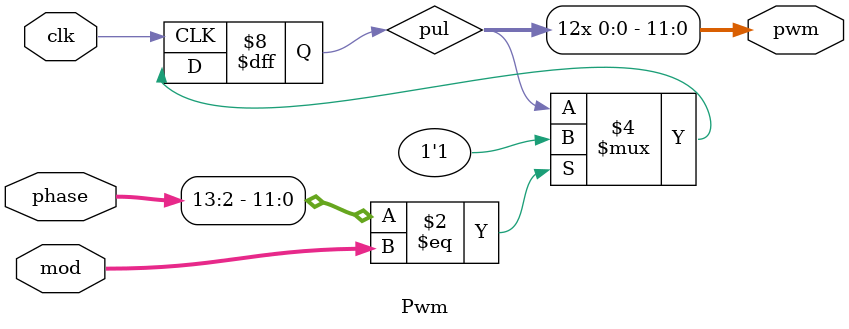
<source format=v>
`timescale 1ns/100ps
/*
Filename      : Pwm.v
Author        : Liam Crowley
Created       : Wed Nov  1 09:09:16 2023
INPUTS        : phase
                mod
OUTPUTS       : pulse
PARAMETERS    : n(phase reg width)
                m(waveform width)

Description   : PWM modulation module
*/

module Pwm 
  #(
  parameter n = 14,
  parameter m = 12,
  parameter MAX = 2**n
  )
 (/*AUTOARG*/
   // Outputs
   pwm,
   // Inputs
   clk, phase, mod
   ) ;
   input  clk;
   input [n-1:0] phase;
   input [m-1:0] mod;
   output wire [m-1:0] pwm;
   reg		      pul;
   always @ (posedge clk) begin
      if(phase[n-1:n-m]==mod) pul <= 1;
      if(phase[n-1:n-m]==MAX) pul <= 0;
   end
   assign pwm = {m{pul}};
endmodule // pwm

</source>
